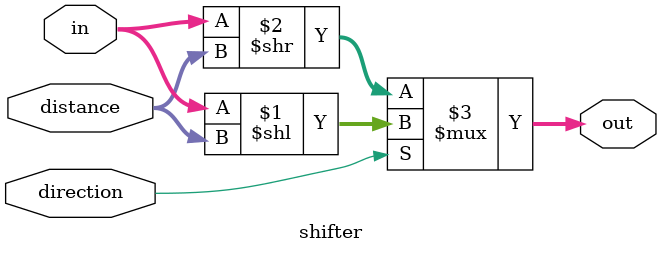
<source format=v>

module shifter( input wire [4:0] in,
					 input wire [2:0] distance,
					 input wire direction,
					 output wire [4:0] out);
					 
	assign out = direction ? (in << distance): (in >> distance);


endmodule

</source>
